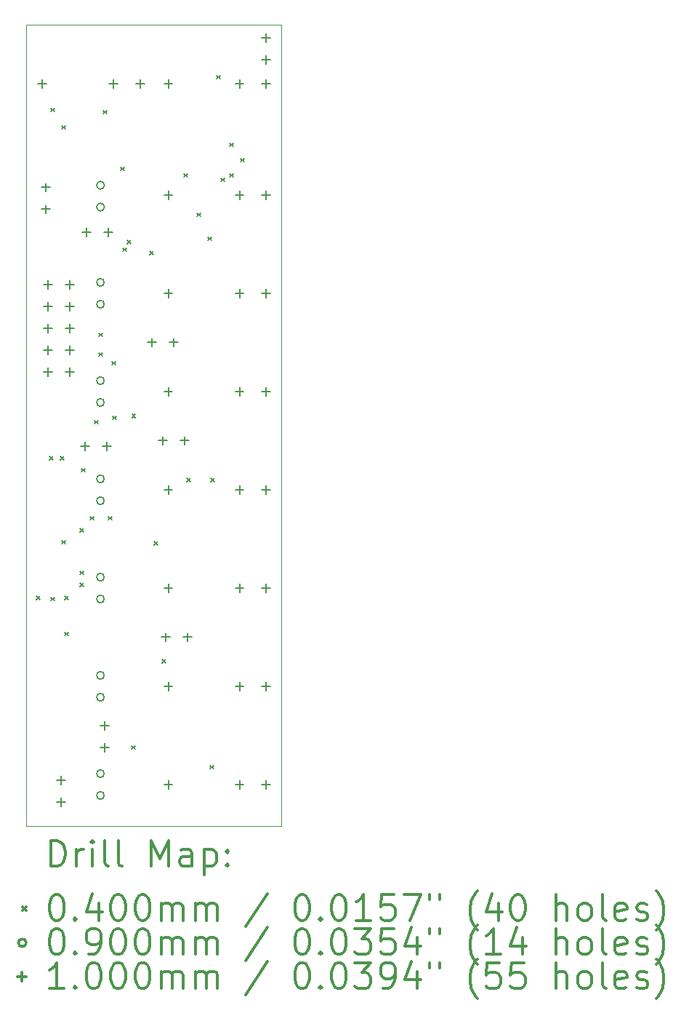
<source format=gbr>
%FSLAX45Y45*%
G04 Gerber Fmt 4.5, Leading zero omitted, Abs format (unit mm)*
G04 Created by KiCad (PCBNEW (5.1.10)-1) date 2021-11-26 00:00:37*
%MOMM*%
%LPD*%
G01*
G04 APERTURE LIST*
%TA.AperFunction,Profile*%
%ADD10C,0.050000*%
%TD*%
%ADD11C,0.200000*%
%ADD12C,0.300000*%
G04 APERTURE END LIST*
D10*
X10769600Y-16941800D02*
X13741400Y-16941800D01*
X10769600Y-7620000D02*
X10769600Y-16941800D01*
X13741400Y-7620000D02*
X10769600Y-7620000D01*
X13741400Y-16941800D02*
X13741400Y-7620000D01*
D11*
X10889300Y-14267500D02*
X10929300Y-14307500D01*
X10929300Y-14267500D02*
X10889300Y-14307500D01*
X11041700Y-12641900D02*
X11081700Y-12681900D01*
X11081700Y-12641900D02*
X11041700Y-12681900D01*
X11054400Y-8590600D02*
X11094400Y-8630600D01*
X11094400Y-8590600D02*
X11054400Y-8630600D01*
X11054400Y-14280200D02*
X11094400Y-14320200D01*
X11094400Y-14280200D02*
X11054400Y-14320200D01*
X11168700Y-12641900D02*
X11208700Y-12681900D01*
X11208700Y-12641900D02*
X11168700Y-12681900D01*
X11181400Y-8793800D02*
X11221400Y-8833800D01*
X11221400Y-8793800D02*
X11181400Y-8833800D01*
X11181400Y-13619800D02*
X11221400Y-13659800D01*
X11221400Y-13619800D02*
X11181400Y-13659800D01*
X11219500Y-14267500D02*
X11259500Y-14307500D01*
X11259500Y-14267500D02*
X11219500Y-14307500D01*
X11219500Y-14686600D02*
X11259500Y-14726600D01*
X11259500Y-14686600D02*
X11219500Y-14726600D01*
X11397300Y-13480100D02*
X11437300Y-13520100D01*
X11437300Y-13480100D02*
X11397300Y-13520100D01*
X11397300Y-13975400D02*
X11437300Y-14015400D01*
X11437300Y-13975400D02*
X11397300Y-14015400D01*
X11397300Y-14115100D02*
X11437300Y-14155100D01*
X11437300Y-14115100D02*
X11397300Y-14155100D01*
X11410000Y-12781600D02*
X11450000Y-12821600D01*
X11450000Y-12781600D02*
X11410000Y-12821600D01*
X11511600Y-13340400D02*
X11551600Y-13380400D01*
X11551600Y-13340400D02*
X11511600Y-13380400D01*
X11562400Y-12222800D02*
X11602400Y-12262800D01*
X11602400Y-12222800D02*
X11562400Y-12262800D01*
X11613200Y-11206800D02*
X11653200Y-11246800D01*
X11653200Y-11206800D02*
X11613200Y-11246800D01*
X11613200Y-11435400D02*
X11653200Y-11475400D01*
X11653200Y-11435400D02*
X11613200Y-11475400D01*
X11664000Y-8616000D02*
X11704000Y-8656000D01*
X11704000Y-8616000D02*
X11664000Y-8656000D01*
X11727500Y-13340400D02*
X11767500Y-13380400D01*
X11767500Y-13340400D02*
X11727500Y-13380400D01*
X11765600Y-11537000D02*
X11805600Y-11577000D01*
X11805600Y-11537000D02*
X11765600Y-11577000D01*
X11778300Y-12172000D02*
X11818300Y-12212000D01*
X11818300Y-12172000D02*
X11778300Y-12212000D01*
X11867200Y-9276400D02*
X11907200Y-9316400D01*
X11907200Y-9276400D02*
X11867200Y-9316400D01*
X11892600Y-10216200D02*
X11932600Y-10256200D01*
X11932600Y-10216200D02*
X11892600Y-10256200D01*
X11943400Y-10127300D02*
X11983400Y-10167300D01*
X11983400Y-10127300D02*
X11943400Y-10167300D01*
X11994200Y-16007400D02*
X12034200Y-16047400D01*
X12034200Y-16007400D02*
X11994200Y-16047400D01*
X12000300Y-12153200D02*
X12040300Y-12193200D01*
X12040300Y-12153200D02*
X12000300Y-12193200D01*
X12210100Y-10254300D02*
X12250100Y-10294300D01*
X12250100Y-10254300D02*
X12210100Y-10294300D01*
X12260900Y-13632500D02*
X12300900Y-13672500D01*
X12300900Y-13632500D02*
X12260900Y-13672500D01*
X12349800Y-15004100D02*
X12389800Y-15044100D01*
X12389800Y-15004100D02*
X12349800Y-15044100D01*
X12603800Y-9352600D02*
X12643800Y-9392600D01*
X12643800Y-9352600D02*
X12603800Y-9392600D01*
X12641900Y-12895900D02*
X12681900Y-12935900D01*
X12681900Y-12895900D02*
X12641900Y-12935900D01*
X12756200Y-9809800D02*
X12796200Y-9849800D01*
X12796200Y-9809800D02*
X12756200Y-9849800D01*
X12883200Y-10089200D02*
X12923200Y-10129200D01*
X12923200Y-10089200D02*
X12883200Y-10129200D01*
X12908600Y-16236000D02*
X12948600Y-16276000D01*
X12948600Y-16236000D02*
X12908600Y-16276000D01*
X12921300Y-12895900D02*
X12961300Y-12935900D01*
X12961300Y-12895900D02*
X12921300Y-12935900D01*
X12984800Y-8209600D02*
X13024800Y-8249600D01*
X13024800Y-8209600D02*
X12984800Y-8249600D01*
X13035600Y-9403400D02*
X13075600Y-9443400D01*
X13075600Y-9403400D02*
X13035600Y-9443400D01*
X13137200Y-8997000D02*
X13177200Y-9037000D01*
X13177200Y-8997000D02*
X13137200Y-9037000D01*
X13137200Y-9352600D02*
X13177200Y-9392600D01*
X13177200Y-9352600D02*
X13137200Y-9392600D01*
X13264200Y-9174800D02*
X13304200Y-9214800D01*
X13304200Y-9174800D02*
X13264200Y-9214800D01*
X11678200Y-9486900D02*
G75*
G03*
X11678200Y-9486900I-45000J0D01*
G01*
X11678200Y-9740900D02*
G75*
G03*
X11678200Y-9740900I-45000J0D01*
G01*
X11678200Y-10617200D02*
G75*
G03*
X11678200Y-10617200I-45000J0D01*
G01*
X11678200Y-10871200D02*
G75*
G03*
X11678200Y-10871200I-45000J0D01*
G01*
X11678200Y-11760200D02*
G75*
G03*
X11678200Y-11760200I-45000J0D01*
G01*
X11678200Y-12014200D02*
G75*
G03*
X11678200Y-12014200I-45000J0D01*
G01*
X11678200Y-12903200D02*
G75*
G03*
X11678200Y-12903200I-45000J0D01*
G01*
X11678200Y-13157200D02*
G75*
G03*
X11678200Y-13157200I-45000J0D01*
G01*
X11678200Y-14046200D02*
G75*
G03*
X11678200Y-14046200I-45000J0D01*
G01*
X11678200Y-14300200D02*
G75*
G03*
X11678200Y-14300200I-45000J0D01*
G01*
X11678200Y-15189200D02*
G75*
G03*
X11678200Y-15189200I-45000J0D01*
G01*
X11678200Y-15443200D02*
G75*
G03*
X11678200Y-15443200I-45000J0D01*
G01*
X11678200Y-16332200D02*
G75*
G03*
X11678200Y-16332200I-45000J0D01*
G01*
X11678200Y-16586200D02*
G75*
G03*
X11678200Y-16586200I-45000J0D01*
G01*
X10955600Y-8255800D02*
X10955600Y-8355800D01*
X10905600Y-8305800D02*
X11005600Y-8305800D01*
X10998200Y-9462300D02*
X10998200Y-9562300D01*
X10948200Y-9512300D02*
X11048200Y-9512300D01*
X10998200Y-9716300D02*
X10998200Y-9816300D01*
X10948200Y-9766300D02*
X11048200Y-9766300D01*
X11023600Y-10592600D02*
X11023600Y-10692600D01*
X10973600Y-10642600D02*
X11073600Y-10642600D01*
X11023600Y-10846600D02*
X11023600Y-10946600D01*
X10973600Y-10896600D02*
X11073600Y-10896600D01*
X11023600Y-11100600D02*
X11023600Y-11200600D01*
X10973600Y-11150600D02*
X11073600Y-11150600D01*
X11023600Y-11354600D02*
X11023600Y-11454600D01*
X10973600Y-11404600D02*
X11073600Y-11404600D01*
X11023600Y-11608600D02*
X11023600Y-11708600D01*
X10973600Y-11658600D02*
X11073600Y-11658600D01*
X11176000Y-16358400D02*
X11176000Y-16458400D01*
X11126000Y-16408400D02*
X11226000Y-16408400D01*
X11176000Y-16612400D02*
X11176000Y-16712400D01*
X11126000Y-16662400D02*
X11226000Y-16662400D01*
X11277600Y-10592600D02*
X11277600Y-10692600D01*
X11227600Y-10642600D02*
X11327600Y-10642600D01*
X11277600Y-10846600D02*
X11277600Y-10946600D01*
X11227600Y-10896600D02*
X11327600Y-10896600D01*
X11277600Y-11100600D02*
X11277600Y-11200600D01*
X11227600Y-11150600D02*
X11327600Y-11150600D01*
X11277600Y-11354600D02*
X11277600Y-11454600D01*
X11227600Y-11404600D02*
X11327600Y-11404600D01*
X11277600Y-11608600D02*
X11277600Y-11708600D01*
X11227600Y-11658600D02*
X11327600Y-11658600D01*
X11455400Y-12472200D02*
X11455400Y-12572200D01*
X11405400Y-12522200D02*
X11505400Y-12522200D01*
X11468100Y-9983000D02*
X11468100Y-10083000D01*
X11418100Y-10033000D02*
X11518100Y-10033000D01*
X11684000Y-15723400D02*
X11684000Y-15823400D01*
X11634000Y-15773400D02*
X11734000Y-15773400D01*
X11684000Y-15977400D02*
X11684000Y-16077400D01*
X11634000Y-16027400D02*
X11734000Y-16027400D01*
X11709400Y-12472200D02*
X11709400Y-12572200D01*
X11659400Y-12522200D02*
X11759400Y-12522200D01*
X11722100Y-9983000D02*
X11722100Y-10083000D01*
X11672100Y-10033000D02*
X11772100Y-10033000D01*
X11785600Y-8255800D02*
X11785600Y-8355800D01*
X11735600Y-8305800D02*
X11835600Y-8305800D01*
X12095600Y-8255800D02*
X12095600Y-8355800D01*
X12045600Y-8305800D02*
X12145600Y-8305800D01*
X12230100Y-11265700D02*
X12230100Y-11365700D01*
X12180100Y-11315700D02*
X12280100Y-11315700D01*
X12357100Y-12408700D02*
X12357100Y-12508700D01*
X12307100Y-12458700D02*
X12407100Y-12458700D01*
X12395200Y-14694700D02*
X12395200Y-14794700D01*
X12345200Y-14744700D02*
X12445200Y-14744700D01*
X12423600Y-8255800D02*
X12423600Y-8355800D01*
X12373600Y-8305800D02*
X12473600Y-8305800D01*
X12423600Y-9551200D02*
X12423600Y-9651200D01*
X12373600Y-9601200D02*
X12473600Y-9601200D01*
X12423600Y-10694200D02*
X12423600Y-10794200D01*
X12373600Y-10744200D02*
X12473600Y-10744200D01*
X12423600Y-11837200D02*
X12423600Y-11937200D01*
X12373600Y-11887200D02*
X12473600Y-11887200D01*
X12423600Y-12980200D02*
X12423600Y-13080200D01*
X12373600Y-13030200D02*
X12473600Y-13030200D01*
X12423600Y-14123200D02*
X12423600Y-14223200D01*
X12373600Y-14173200D02*
X12473600Y-14173200D01*
X12423600Y-15266200D02*
X12423600Y-15366200D01*
X12373600Y-15316200D02*
X12473600Y-15316200D01*
X12423600Y-16409200D02*
X12423600Y-16509200D01*
X12373600Y-16459200D02*
X12473600Y-16459200D01*
X12484100Y-11265700D02*
X12484100Y-11365700D01*
X12434100Y-11315700D02*
X12534100Y-11315700D01*
X12611100Y-12408700D02*
X12611100Y-12508700D01*
X12561100Y-12458700D02*
X12661100Y-12458700D01*
X12649200Y-14694700D02*
X12649200Y-14794700D01*
X12599200Y-14744700D02*
X12699200Y-14744700D01*
X13253600Y-8255800D02*
X13253600Y-8355800D01*
X13203600Y-8305800D02*
X13303600Y-8305800D01*
X13253600Y-9551200D02*
X13253600Y-9651200D01*
X13203600Y-9601200D02*
X13303600Y-9601200D01*
X13253600Y-10694200D02*
X13253600Y-10794200D01*
X13203600Y-10744200D02*
X13303600Y-10744200D01*
X13253600Y-11837200D02*
X13253600Y-11937200D01*
X13203600Y-11887200D02*
X13303600Y-11887200D01*
X13253600Y-12980200D02*
X13253600Y-13080200D01*
X13203600Y-13030200D02*
X13303600Y-13030200D01*
X13253600Y-14123200D02*
X13253600Y-14223200D01*
X13203600Y-14173200D02*
X13303600Y-14173200D01*
X13253600Y-15266200D02*
X13253600Y-15366200D01*
X13203600Y-15316200D02*
X13303600Y-15316200D01*
X13253600Y-16409200D02*
X13253600Y-16509200D01*
X13203600Y-16459200D02*
X13303600Y-16459200D01*
X13563600Y-7722400D02*
X13563600Y-7822400D01*
X13513600Y-7772400D02*
X13613600Y-7772400D01*
X13563600Y-7976400D02*
X13563600Y-8076400D01*
X13513600Y-8026400D02*
X13613600Y-8026400D01*
X13563600Y-8255800D02*
X13563600Y-8355800D01*
X13513600Y-8305800D02*
X13613600Y-8305800D01*
X13563600Y-9551200D02*
X13563600Y-9651200D01*
X13513600Y-9601200D02*
X13613600Y-9601200D01*
X13563600Y-10694200D02*
X13563600Y-10794200D01*
X13513600Y-10744200D02*
X13613600Y-10744200D01*
X13563600Y-11837200D02*
X13563600Y-11937200D01*
X13513600Y-11887200D02*
X13613600Y-11887200D01*
X13563600Y-12980200D02*
X13563600Y-13080200D01*
X13513600Y-13030200D02*
X13613600Y-13030200D01*
X13563600Y-14123200D02*
X13563600Y-14223200D01*
X13513600Y-14173200D02*
X13613600Y-14173200D01*
X13563600Y-15266200D02*
X13563600Y-15366200D01*
X13513600Y-15316200D02*
X13613600Y-15316200D01*
X13563600Y-16409200D02*
X13563600Y-16509200D01*
X13513600Y-16459200D02*
X13613600Y-16459200D01*
D12*
X11053528Y-17410014D02*
X11053528Y-17110014D01*
X11124957Y-17110014D01*
X11167814Y-17124300D01*
X11196386Y-17152872D01*
X11210671Y-17181443D01*
X11224957Y-17238586D01*
X11224957Y-17281443D01*
X11210671Y-17338586D01*
X11196386Y-17367157D01*
X11167814Y-17395729D01*
X11124957Y-17410014D01*
X11053528Y-17410014D01*
X11353528Y-17410014D02*
X11353528Y-17210014D01*
X11353528Y-17267157D02*
X11367814Y-17238586D01*
X11382100Y-17224300D01*
X11410671Y-17210014D01*
X11439243Y-17210014D01*
X11539243Y-17410014D02*
X11539243Y-17210014D01*
X11539243Y-17110014D02*
X11524957Y-17124300D01*
X11539243Y-17138586D01*
X11553528Y-17124300D01*
X11539243Y-17110014D01*
X11539243Y-17138586D01*
X11724957Y-17410014D02*
X11696386Y-17395729D01*
X11682100Y-17367157D01*
X11682100Y-17110014D01*
X11882100Y-17410014D02*
X11853528Y-17395729D01*
X11839243Y-17367157D01*
X11839243Y-17110014D01*
X12224957Y-17410014D02*
X12224957Y-17110014D01*
X12324957Y-17324300D01*
X12424957Y-17110014D01*
X12424957Y-17410014D01*
X12696386Y-17410014D02*
X12696386Y-17252872D01*
X12682100Y-17224300D01*
X12653528Y-17210014D01*
X12596386Y-17210014D01*
X12567814Y-17224300D01*
X12696386Y-17395729D02*
X12667814Y-17410014D01*
X12596386Y-17410014D01*
X12567814Y-17395729D01*
X12553528Y-17367157D01*
X12553528Y-17338586D01*
X12567814Y-17310014D01*
X12596386Y-17295729D01*
X12667814Y-17295729D01*
X12696386Y-17281443D01*
X12839243Y-17210014D02*
X12839243Y-17510014D01*
X12839243Y-17224300D02*
X12867814Y-17210014D01*
X12924957Y-17210014D01*
X12953528Y-17224300D01*
X12967814Y-17238586D01*
X12982100Y-17267157D01*
X12982100Y-17352872D01*
X12967814Y-17381443D01*
X12953528Y-17395729D01*
X12924957Y-17410014D01*
X12867814Y-17410014D01*
X12839243Y-17395729D01*
X13110671Y-17381443D02*
X13124957Y-17395729D01*
X13110671Y-17410014D01*
X13096386Y-17395729D01*
X13110671Y-17381443D01*
X13110671Y-17410014D01*
X13110671Y-17224300D02*
X13124957Y-17238586D01*
X13110671Y-17252872D01*
X13096386Y-17238586D01*
X13110671Y-17224300D01*
X13110671Y-17252872D01*
X10727100Y-17884300D02*
X10767100Y-17924300D01*
X10767100Y-17884300D02*
X10727100Y-17924300D01*
X11110671Y-17740014D02*
X11139243Y-17740014D01*
X11167814Y-17754300D01*
X11182100Y-17768586D01*
X11196386Y-17797157D01*
X11210671Y-17854300D01*
X11210671Y-17925729D01*
X11196386Y-17982872D01*
X11182100Y-18011443D01*
X11167814Y-18025729D01*
X11139243Y-18040014D01*
X11110671Y-18040014D01*
X11082100Y-18025729D01*
X11067814Y-18011443D01*
X11053528Y-17982872D01*
X11039243Y-17925729D01*
X11039243Y-17854300D01*
X11053528Y-17797157D01*
X11067814Y-17768586D01*
X11082100Y-17754300D01*
X11110671Y-17740014D01*
X11339243Y-18011443D02*
X11353528Y-18025729D01*
X11339243Y-18040014D01*
X11324957Y-18025729D01*
X11339243Y-18011443D01*
X11339243Y-18040014D01*
X11610671Y-17840014D02*
X11610671Y-18040014D01*
X11539243Y-17725729D02*
X11467814Y-17940014D01*
X11653528Y-17940014D01*
X11824957Y-17740014D02*
X11853528Y-17740014D01*
X11882100Y-17754300D01*
X11896386Y-17768586D01*
X11910671Y-17797157D01*
X11924957Y-17854300D01*
X11924957Y-17925729D01*
X11910671Y-17982872D01*
X11896386Y-18011443D01*
X11882100Y-18025729D01*
X11853528Y-18040014D01*
X11824957Y-18040014D01*
X11796386Y-18025729D01*
X11782100Y-18011443D01*
X11767814Y-17982872D01*
X11753528Y-17925729D01*
X11753528Y-17854300D01*
X11767814Y-17797157D01*
X11782100Y-17768586D01*
X11796386Y-17754300D01*
X11824957Y-17740014D01*
X12110671Y-17740014D02*
X12139243Y-17740014D01*
X12167814Y-17754300D01*
X12182100Y-17768586D01*
X12196386Y-17797157D01*
X12210671Y-17854300D01*
X12210671Y-17925729D01*
X12196386Y-17982872D01*
X12182100Y-18011443D01*
X12167814Y-18025729D01*
X12139243Y-18040014D01*
X12110671Y-18040014D01*
X12082100Y-18025729D01*
X12067814Y-18011443D01*
X12053528Y-17982872D01*
X12039243Y-17925729D01*
X12039243Y-17854300D01*
X12053528Y-17797157D01*
X12067814Y-17768586D01*
X12082100Y-17754300D01*
X12110671Y-17740014D01*
X12339243Y-18040014D02*
X12339243Y-17840014D01*
X12339243Y-17868586D02*
X12353528Y-17854300D01*
X12382100Y-17840014D01*
X12424957Y-17840014D01*
X12453528Y-17854300D01*
X12467814Y-17882872D01*
X12467814Y-18040014D01*
X12467814Y-17882872D02*
X12482100Y-17854300D01*
X12510671Y-17840014D01*
X12553528Y-17840014D01*
X12582100Y-17854300D01*
X12596386Y-17882872D01*
X12596386Y-18040014D01*
X12739243Y-18040014D02*
X12739243Y-17840014D01*
X12739243Y-17868586D02*
X12753528Y-17854300D01*
X12782100Y-17840014D01*
X12824957Y-17840014D01*
X12853528Y-17854300D01*
X12867814Y-17882872D01*
X12867814Y-18040014D01*
X12867814Y-17882872D02*
X12882100Y-17854300D01*
X12910671Y-17840014D01*
X12953528Y-17840014D01*
X12982100Y-17854300D01*
X12996386Y-17882872D01*
X12996386Y-18040014D01*
X13582100Y-17725729D02*
X13324957Y-18111443D01*
X13967814Y-17740014D02*
X13996386Y-17740014D01*
X14024957Y-17754300D01*
X14039243Y-17768586D01*
X14053528Y-17797157D01*
X14067814Y-17854300D01*
X14067814Y-17925729D01*
X14053528Y-17982872D01*
X14039243Y-18011443D01*
X14024957Y-18025729D01*
X13996386Y-18040014D01*
X13967814Y-18040014D01*
X13939243Y-18025729D01*
X13924957Y-18011443D01*
X13910671Y-17982872D01*
X13896386Y-17925729D01*
X13896386Y-17854300D01*
X13910671Y-17797157D01*
X13924957Y-17768586D01*
X13939243Y-17754300D01*
X13967814Y-17740014D01*
X14196386Y-18011443D02*
X14210671Y-18025729D01*
X14196386Y-18040014D01*
X14182100Y-18025729D01*
X14196386Y-18011443D01*
X14196386Y-18040014D01*
X14396386Y-17740014D02*
X14424957Y-17740014D01*
X14453528Y-17754300D01*
X14467814Y-17768586D01*
X14482100Y-17797157D01*
X14496386Y-17854300D01*
X14496386Y-17925729D01*
X14482100Y-17982872D01*
X14467814Y-18011443D01*
X14453528Y-18025729D01*
X14424957Y-18040014D01*
X14396386Y-18040014D01*
X14367814Y-18025729D01*
X14353528Y-18011443D01*
X14339243Y-17982872D01*
X14324957Y-17925729D01*
X14324957Y-17854300D01*
X14339243Y-17797157D01*
X14353528Y-17768586D01*
X14367814Y-17754300D01*
X14396386Y-17740014D01*
X14782100Y-18040014D02*
X14610671Y-18040014D01*
X14696386Y-18040014D02*
X14696386Y-17740014D01*
X14667814Y-17782872D01*
X14639243Y-17811443D01*
X14610671Y-17825729D01*
X15053528Y-17740014D02*
X14910671Y-17740014D01*
X14896386Y-17882872D01*
X14910671Y-17868586D01*
X14939243Y-17854300D01*
X15010671Y-17854300D01*
X15039243Y-17868586D01*
X15053528Y-17882872D01*
X15067814Y-17911443D01*
X15067814Y-17982872D01*
X15053528Y-18011443D01*
X15039243Y-18025729D01*
X15010671Y-18040014D01*
X14939243Y-18040014D01*
X14910671Y-18025729D01*
X14896386Y-18011443D01*
X15167814Y-17740014D02*
X15367814Y-17740014D01*
X15239243Y-18040014D01*
X15467814Y-17740014D02*
X15467814Y-17797157D01*
X15582100Y-17740014D02*
X15582100Y-17797157D01*
X16024957Y-18154300D02*
X16010671Y-18140014D01*
X15982100Y-18097157D01*
X15967814Y-18068586D01*
X15953528Y-18025729D01*
X15939243Y-17954300D01*
X15939243Y-17897157D01*
X15953528Y-17825729D01*
X15967814Y-17782872D01*
X15982100Y-17754300D01*
X16010671Y-17711443D01*
X16024957Y-17697157D01*
X16267814Y-17840014D02*
X16267814Y-18040014D01*
X16196386Y-17725729D02*
X16124957Y-17940014D01*
X16310671Y-17940014D01*
X16482100Y-17740014D02*
X16510671Y-17740014D01*
X16539243Y-17754300D01*
X16553528Y-17768586D01*
X16567814Y-17797157D01*
X16582100Y-17854300D01*
X16582100Y-17925729D01*
X16567814Y-17982872D01*
X16553528Y-18011443D01*
X16539243Y-18025729D01*
X16510671Y-18040014D01*
X16482100Y-18040014D01*
X16453528Y-18025729D01*
X16439243Y-18011443D01*
X16424957Y-17982872D01*
X16410671Y-17925729D01*
X16410671Y-17854300D01*
X16424957Y-17797157D01*
X16439243Y-17768586D01*
X16453528Y-17754300D01*
X16482100Y-17740014D01*
X16939243Y-18040014D02*
X16939243Y-17740014D01*
X17067814Y-18040014D02*
X17067814Y-17882872D01*
X17053528Y-17854300D01*
X17024957Y-17840014D01*
X16982100Y-17840014D01*
X16953528Y-17854300D01*
X16939243Y-17868586D01*
X17253528Y-18040014D02*
X17224957Y-18025729D01*
X17210671Y-18011443D01*
X17196386Y-17982872D01*
X17196386Y-17897157D01*
X17210671Y-17868586D01*
X17224957Y-17854300D01*
X17253528Y-17840014D01*
X17296386Y-17840014D01*
X17324957Y-17854300D01*
X17339243Y-17868586D01*
X17353528Y-17897157D01*
X17353528Y-17982872D01*
X17339243Y-18011443D01*
X17324957Y-18025729D01*
X17296386Y-18040014D01*
X17253528Y-18040014D01*
X17524957Y-18040014D02*
X17496386Y-18025729D01*
X17482100Y-17997157D01*
X17482100Y-17740014D01*
X17753528Y-18025729D02*
X17724957Y-18040014D01*
X17667814Y-18040014D01*
X17639243Y-18025729D01*
X17624957Y-17997157D01*
X17624957Y-17882872D01*
X17639243Y-17854300D01*
X17667814Y-17840014D01*
X17724957Y-17840014D01*
X17753528Y-17854300D01*
X17767814Y-17882872D01*
X17767814Y-17911443D01*
X17624957Y-17940014D01*
X17882100Y-18025729D02*
X17910671Y-18040014D01*
X17967814Y-18040014D01*
X17996386Y-18025729D01*
X18010671Y-17997157D01*
X18010671Y-17982872D01*
X17996386Y-17954300D01*
X17967814Y-17940014D01*
X17924957Y-17940014D01*
X17896386Y-17925729D01*
X17882100Y-17897157D01*
X17882100Y-17882872D01*
X17896386Y-17854300D01*
X17924957Y-17840014D01*
X17967814Y-17840014D01*
X17996386Y-17854300D01*
X18110671Y-18154300D02*
X18124957Y-18140014D01*
X18153528Y-18097157D01*
X18167814Y-18068586D01*
X18182100Y-18025729D01*
X18196386Y-17954300D01*
X18196386Y-17897157D01*
X18182100Y-17825729D01*
X18167814Y-17782872D01*
X18153528Y-17754300D01*
X18124957Y-17711443D01*
X18110671Y-17697157D01*
X10767100Y-18300300D02*
G75*
G03*
X10767100Y-18300300I-45000J0D01*
G01*
X11110671Y-18136014D02*
X11139243Y-18136014D01*
X11167814Y-18150300D01*
X11182100Y-18164586D01*
X11196386Y-18193157D01*
X11210671Y-18250300D01*
X11210671Y-18321729D01*
X11196386Y-18378872D01*
X11182100Y-18407443D01*
X11167814Y-18421729D01*
X11139243Y-18436014D01*
X11110671Y-18436014D01*
X11082100Y-18421729D01*
X11067814Y-18407443D01*
X11053528Y-18378872D01*
X11039243Y-18321729D01*
X11039243Y-18250300D01*
X11053528Y-18193157D01*
X11067814Y-18164586D01*
X11082100Y-18150300D01*
X11110671Y-18136014D01*
X11339243Y-18407443D02*
X11353528Y-18421729D01*
X11339243Y-18436014D01*
X11324957Y-18421729D01*
X11339243Y-18407443D01*
X11339243Y-18436014D01*
X11496386Y-18436014D02*
X11553528Y-18436014D01*
X11582100Y-18421729D01*
X11596386Y-18407443D01*
X11624957Y-18364586D01*
X11639243Y-18307443D01*
X11639243Y-18193157D01*
X11624957Y-18164586D01*
X11610671Y-18150300D01*
X11582100Y-18136014D01*
X11524957Y-18136014D01*
X11496386Y-18150300D01*
X11482100Y-18164586D01*
X11467814Y-18193157D01*
X11467814Y-18264586D01*
X11482100Y-18293157D01*
X11496386Y-18307443D01*
X11524957Y-18321729D01*
X11582100Y-18321729D01*
X11610671Y-18307443D01*
X11624957Y-18293157D01*
X11639243Y-18264586D01*
X11824957Y-18136014D02*
X11853528Y-18136014D01*
X11882100Y-18150300D01*
X11896386Y-18164586D01*
X11910671Y-18193157D01*
X11924957Y-18250300D01*
X11924957Y-18321729D01*
X11910671Y-18378872D01*
X11896386Y-18407443D01*
X11882100Y-18421729D01*
X11853528Y-18436014D01*
X11824957Y-18436014D01*
X11796386Y-18421729D01*
X11782100Y-18407443D01*
X11767814Y-18378872D01*
X11753528Y-18321729D01*
X11753528Y-18250300D01*
X11767814Y-18193157D01*
X11782100Y-18164586D01*
X11796386Y-18150300D01*
X11824957Y-18136014D01*
X12110671Y-18136014D02*
X12139243Y-18136014D01*
X12167814Y-18150300D01*
X12182100Y-18164586D01*
X12196386Y-18193157D01*
X12210671Y-18250300D01*
X12210671Y-18321729D01*
X12196386Y-18378872D01*
X12182100Y-18407443D01*
X12167814Y-18421729D01*
X12139243Y-18436014D01*
X12110671Y-18436014D01*
X12082100Y-18421729D01*
X12067814Y-18407443D01*
X12053528Y-18378872D01*
X12039243Y-18321729D01*
X12039243Y-18250300D01*
X12053528Y-18193157D01*
X12067814Y-18164586D01*
X12082100Y-18150300D01*
X12110671Y-18136014D01*
X12339243Y-18436014D02*
X12339243Y-18236014D01*
X12339243Y-18264586D02*
X12353528Y-18250300D01*
X12382100Y-18236014D01*
X12424957Y-18236014D01*
X12453528Y-18250300D01*
X12467814Y-18278872D01*
X12467814Y-18436014D01*
X12467814Y-18278872D02*
X12482100Y-18250300D01*
X12510671Y-18236014D01*
X12553528Y-18236014D01*
X12582100Y-18250300D01*
X12596386Y-18278872D01*
X12596386Y-18436014D01*
X12739243Y-18436014D02*
X12739243Y-18236014D01*
X12739243Y-18264586D02*
X12753528Y-18250300D01*
X12782100Y-18236014D01*
X12824957Y-18236014D01*
X12853528Y-18250300D01*
X12867814Y-18278872D01*
X12867814Y-18436014D01*
X12867814Y-18278872D02*
X12882100Y-18250300D01*
X12910671Y-18236014D01*
X12953528Y-18236014D01*
X12982100Y-18250300D01*
X12996386Y-18278872D01*
X12996386Y-18436014D01*
X13582100Y-18121729D02*
X13324957Y-18507443D01*
X13967814Y-18136014D02*
X13996386Y-18136014D01*
X14024957Y-18150300D01*
X14039243Y-18164586D01*
X14053528Y-18193157D01*
X14067814Y-18250300D01*
X14067814Y-18321729D01*
X14053528Y-18378872D01*
X14039243Y-18407443D01*
X14024957Y-18421729D01*
X13996386Y-18436014D01*
X13967814Y-18436014D01*
X13939243Y-18421729D01*
X13924957Y-18407443D01*
X13910671Y-18378872D01*
X13896386Y-18321729D01*
X13896386Y-18250300D01*
X13910671Y-18193157D01*
X13924957Y-18164586D01*
X13939243Y-18150300D01*
X13967814Y-18136014D01*
X14196386Y-18407443D02*
X14210671Y-18421729D01*
X14196386Y-18436014D01*
X14182100Y-18421729D01*
X14196386Y-18407443D01*
X14196386Y-18436014D01*
X14396386Y-18136014D02*
X14424957Y-18136014D01*
X14453528Y-18150300D01*
X14467814Y-18164586D01*
X14482100Y-18193157D01*
X14496386Y-18250300D01*
X14496386Y-18321729D01*
X14482100Y-18378872D01*
X14467814Y-18407443D01*
X14453528Y-18421729D01*
X14424957Y-18436014D01*
X14396386Y-18436014D01*
X14367814Y-18421729D01*
X14353528Y-18407443D01*
X14339243Y-18378872D01*
X14324957Y-18321729D01*
X14324957Y-18250300D01*
X14339243Y-18193157D01*
X14353528Y-18164586D01*
X14367814Y-18150300D01*
X14396386Y-18136014D01*
X14596386Y-18136014D02*
X14782100Y-18136014D01*
X14682100Y-18250300D01*
X14724957Y-18250300D01*
X14753528Y-18264586D01*
X14767814Y-18278872D01*
X14782100Y-18307443D01*
X14782100Y-18378872D01*
X14767814Y-18407443D01*
X14753528Y-18421729D01*
X14724957Y-18436014D01*
X14639243Y-18436014D01*
X14610671Y-18421729D01*
X14596386Y-18407443D01*
X15053528Y-18136014D02*
X14910671Y-18136014D01*
X14896386Y-18278872D01*
X14910671Y-18264586D01*
X14939243Y-18250300D01*
X15010671Y-18250300D01*
X15039243Y-18264586D01*
X15053528Y-18278872D01*
X15067814Y-18307443D01*
X15067814Y-18378872D01*
X15053528Y-18407443D01*
X15039243Y-18421729D01*
X15010671Y-18436014D01*
X14939243Y-18436014D01*
X14910671Y-18421729D01*
X14896386Y-18407443D01*
X15324957Y-18236014D02*
X15324957Y-18436014D01*
X15253528Y-18121729D02*
X15182100Y-18336014D01*
X15367814Y-18336014D01*
X15467814Y-18136014D02*
X15467814Y-18193157D01*
X15582100Y-18136014D02*
X15582100Y-18193157D01*
X16024957Y-18550300D02*
X16010671Y-18536014D01*
X15982100Y-18493157D01*
X15967814Y-18464586D01*
X15953528Y-18421729D01*
X15939243Y-18350300D01*
X15939243Y-18293157D01*
X15953528Y-18221729D01*
X15967814Y-18178872D01*
X15982100Y-18150300D01*
X16010671Y-18107443D01*
X16024957Y-18093157D01*
X16296386Y-18436014D02*
X16124957Y-18436014D01*
X16210671Y-18436014D02*
X16210671Y-18136014D01*
X16182100Y-18178872D01*
X16153528Y-18207443D01*
X16124957Y-18221729D01*
X16553528Y-18236014D02*
X16553528Y-18436014D01*
X16482100Y-18121729D02*
X16410671Y-18336014D01*
X16596386Y-18336014D01*
X16939243Y-18436014D02*
X16939243Y-18136014D01*
X17067814Y-18436014D02*
X17067814Y-18278872D01*
X17053528Y-18250300D01*
X17024957Y-18236014D01*
X16982100Y-18236014D01*
X16953528Y-18250300D01*
X16939243Y-18264586D01*
X17253528Y-18436014D02*
X17224957Y-18421729D01*
X17210671Y-18407443D01*
X17196386Y-18378872D01*
X17196386Y-18293157D01*
X17210671Y-18264586D01*
X17224957Y-18250300D01*
X17253528Y-18236014D01*
X17296386Y-18236014D01*
X17324957Y-18250300D01*
X17339243Y-18264586D01*
X17353528Y-18293157D01*
X17353528Y-18378872D01*
X17339243Y-18407443D01*
X17324957Y-18421729D01*
X17296386Y-18436014D01*
X17253528Y-18436014D01*
X17524957Y-18436014D02*
X17496386Y-18421729D01*
X17482100Y-18393157D01*
X17482100Y-18136014D01*
X17753528Y-18421729D02*
X17724957Y-18436014D01*
X17667814Y-18436014D01*
X17639243Y-18421729D01*
X17624957Y-18393157D01*
X17624957Y-18278872D01*
X17639243Y-18250300D01*
X17667814Y-18236014D01*
X17724957Y-18236014D01*
X17753528Y-18250300D01*
X17767814Y-18278872D01*
X17767814Y-18307443D01*
X17624957Y-18336014D01*
X17882100Y-18421729D02*
X17910671Y-18436014D01*
X17967814Y-18436014D01*
X17996386Y-18421729D01*
X18010671Y-18393157D01*
X18010671Y-18378872D01*
X17996386Y-18350300D01*
X17967814Y-18336014D01*
X17924957Y-18336014D01*
X17896386Y-18321729D01*
X17882100Y-18293157D01*
X17882100Y-18278872D01*
X17896386Y-18250300D01*
X17924957Y-18236014D01*
X17967814Y-18236014D01*
X17996386Y-18250300D01*
X18110671Y-18550300D02*
X18124957Y-18536014D01*
X18153528Y-18493157D01*
X18167814Y-18464586D01*
X18182100Y-18421729D01*
X18196386Y-18350300D01*
X18196386Y-18293157D01*
X18182100Y-18221729D01*
X18167814Y-18178872D01*
X18153528Y-18150300D01*
X18124957Y-18107443D01*
X18110671Y-18093157D01*
X10717100Y-18646300D02*
X10717100Y-18746300D01*
X10667100Y-18696300D02*
X10767100Y-18696300D01*
X11210671Y-18832014D02*
X11039243Y-18832014D01*
X11124957Y-18832014D02*
X11124957Y-18532014D01*
X11096386Y-18574872D01*
X11067814Y-18603443D01*
X11039243Y-18617729D01*
X11339243Y-18803443D02*
X11353528Y-18817729D01*
X11339243Y-18832014D01*
X11324957Y-18817729D01*
X11339243Y-18803443D01*
X11339243Y-18832014D01*
X11539243Y-18532014D02*
X11567814Y-18532014D01*
X11596386Y-18546300D01*
X11610671Y-18560586D01*
X11624957Y-18589157D01*
X11639243Y-18646300D01*
X11639243Y-18717729D01*
X11624957Y-18774872D01*
X11610671Y-18803443D01*
X11596386Y-18817729D01*
X11567814Y-18832014D01*
X11539243Y-18832014D01*
X11510671Y-18817729D01*
X11496386Y-18803443D01*
X11482100Y-18774872D01*
X11467814Y-18717729D01*
X11467814Y-18646300D01*
X11482100Y-18589157D01*
X11496386Y-18560586D01*
X11510671Y-18546300D01*
X11539243Y-18532014D01*
X11824957Y-18532014D02*
X11853528Y-18532014D01*
X11882100Y-18546300D01*
X11896386Y-18560586D01*
X11910671Y-18589157D01*
X11924957Y-18646300D01*
X11924957Y-18717729D01*
X11910671Y-18774872D01*
X11896386Y-18803443D01*
X11882100Y-18817729D01*
X11853528Y-18832014D01*
X11824957Y-18832014D01*
X11796386Y-18817729D01*
X11782100Y-18803443D01*
X11767814Y-18774872D01*
X11753528Y-18717729D01*
X11753528Y-18646300D01*
X11767814Y-18589157D01*
X11782100Y-18560586D01*
X11796386Y-18546300D01*
X11824957Y-18532014D01*
X12110671Y-18532014D02*
X12139243Y-18532014D01*
X12167814Y-18546300D01*
X12182100Y-18560586D01*
X12196386Y-18589157D01*
X12210671Y-18646300D01*
X12210671Y-18717729D01*
X12196386Y-18774872D01*
X12182100Y-18803443D01*
X12167814Y-18817729D01*
X12139243Y-18832014D01*
X12110671Y-18832014D01*
X12082100Y-18817729D01*
X12067814Y-18803443D01*
X12053528Y-18774872D01*
X12039243Y-18717729D01*
X12039243Y-18646300D01*
X12053528Y-18589157D01*
X12067814Y-18560586D01*
X12082100Y-18546300D01*
X12110671Y-18532014D01*
X12339243Y-18832014D02*
X12339243Y-18632014D01*
X12339243Y-18660586D02*
X12353528Y-18646300D01*
X12382100Y-18632014D01*
X12424957Y-18632014D01*
X12453528Y-18646300D01*
X12467814Y-18674872D01*
X12467814Y-18832014D01*
X12467814Y-18674872D02*
X12482100Y-18646300D01*
X12510671Y-18632014D01*
X12553528Y-18632014D01*
X12582100Y-18646300D01*
X12596386Y-18674872D01*
X12596386Y-18832014D01*
X12739243Y-18832014D02*
X12739243Y-18632014D01*
X12739243Y-18660586D02*
X12753528Y-18646300D01*
X12782100Y-18632014D01*
X12824957Y-18632014D01*
X12853528Y-18646300D01*
X12867814Y-18674872D01*
X12867814Y-18832014D01*
X12867814Y-18674872D02*
X12882100Y-18646300D01*
X12910671Y-18632014D01*
X12953528Y-18632014D01*
X12982100Y-18646300D01*
X12996386Y-18674872D01*
X12996386Y-18832014D01*
X13582100Y-18517729D02*
X13324957Y-18903443D01*
X13967814Y-18532014D02*
X13996386Y-18532014D01*
X14024957Y-18546300D01*
X14039243Y-18560586D01*
X14053528Y-18589157D01*
X14067814Y-18646300D01*
X14067814Y-18717729D01*
X14053528Y-18774872D01*
X14039243Y-18803443D01*
X14024957Y-18817729D01*
X13996386Y-18832014D01*
X13967814Y-18832014D01*
X13939243Y-18817729D01*
X13924957Y-18803443D01*
X13910671Y-18774872D01*
X13896386Y-18717729D01*
X13896386Y-18646300D01*
X13910671Y-18589157D01*
X13924957Y-18560586D01*
X13939243Y-18546300D01*
X13967814Y-18532014D01*
X14196386Y-18803443D02*
X14210671Y-18817729D01*
X14196386Y-18832014D01*
X14182100Y-18817729D01*
X14196386Y-18803443D01*
X14196386Y-18832014D01*
X14396386Y-18532014D02*
X14424957Y-18532014D01*
X14453528Y-18546300D01*
X14467814Y-18560586D01*
X14482100Y-18589157D01*
X14496386Y-18646300D01*
X14496386Y-18717729D01*
X14482100Y-18774872D01*
X14467814Y-18803443D01*
X14453528Y-18817729D01*
X14424957Y-18832014D01*
X14396386Y-18832014D01*
X14367814Y-18817729D01*
X14353528Y-18803443D01*
X14339243Y-18774872D01*
X14324957Y-18717729D01*
X14324957Y-18646300D01*
X14339243Y-18589157D01*
X14353528Y-18560586D01*
X14367814Y-18546300D01*
X14396386Y-18532014D01*
X14596386Y-18532014D02*
X14782100Y-18532014D01*
X14682100Y-18646300D01*
X14724957Y-18646300D01*
X14753528Y-18660586D01*
X14767814Y-18674872D01*
X14782100Y-18703443D01*
X14782100Y-18774872D01*
X14767814Y-18803443D01*
X14753528Y-18817729D01*
X14724957Y-18832014D01*
X14639243Y-18832014D01*
X14610671Y-18817729D01*
X14596386Y-18803443D01*
X14924957Y-18832014D02*
X14982100Y-18832014D01*
X15010671Y-18817729D01*
X15024957Y-18803443D01*
X15053528Y-18760586D01*
X15067814Y-18703443D01*
X15067814Y-18589157D01*
X15053528Y-18560586D01*
X15039243Y-18546300D01*
X15010671Y-18532014D01*
X14953528Y-18532014D01*
X14924957Y-18546300D01*
X14910671Y-18560586D01*
X14896386Y-18589157D01*
X14896386Y-18660586D01*
X14910671Y-18689157D01*
X14924957Y-18703443D01*
X14953528Y-18717729D01*
X15010671Y-18717729D01*
X15039243Y-18703443D01*
X15053528Y-18689157D01*
X15067814Y-18660586D01*
X15324957Y-18632014D02*
X15324957Y-18832014D01*
X15253528Y-18517729D02*
X15182100Y-18732014D01*
X15367814Y-18732014D01*
X15467814Y-18532014D02*
X15467814Y-18589157D01*
X15582100Y-18532014D02*
X15582100Y-18589157D01*
X16024957Y-18946300D02*
X16010671Y-18932014D01*
X15982100Y-18889157D01*
X15967814Y-18860586D01*
X15953528Y-18817729D01*
X15939243Y-18746300D01*
X15939243Y-18689157D01*
X15953528Y-18617729D01*
X15967814Y-18574872D01*
X15982100Y-18546300D01*
X16010671Y-18503443D01*
X16024957Y-18489157D01*
X16282100Y-18532014D02*
X16139243Y-18532014D01*
X16124957Y-18674872D01*
X16139243Y-18660586D01*
X16167814Y-18646300D01*
X16239243Y-18646300D01*
X16267814Y-18660586D01*
X16282100Y-18674872D01*
X16296386Y-18703443D01*
X16296386Y-18774872D01*
X16282100Y-18803443D01*
X16267814Y-18817729D01*
X16239243Y-18832014D01*
X16167814Y-18832014D01*
X16139243Y-18817729D01*
X16124957Y-18803443D01*
X16567814Y-18532014D02*
X16424957Y-18532014D01*
X16410671Y-18674872D01*
X16424957Y-18660586D01*
X16453528Y-18646300D01*
X16524957Y-18646300D01*
X16553528Y-18660586D01*
X16567814Y-18674872D01*
X16582100Y-18703443D01*
X16582100Y-18774872D01*
X16567814Y-18803443D01*
X16553528Y-18817729D01*
X16524957Y-18832014D01*
X16453528Y-18832014D01*
X16424957Y-18817729D01*
X16410671Y-18803443D01*
X16939243Y-18832014D02*
X16939243Y-18532014D01*
X17067814Y-18832014D02*
X17067814Y-18674872D01*
X17053528Y-18646300D01*
X17024957Y-18632014D01*
X16982100Y-18632014D01*
X16953528Y-18646300D01*
X16939243Y-18660586D01*
X17253528Y-18832014D02*
X17224957Y-18817729D01*
X17210671Y-18803443D01*
X17196386Y-18774872D01*
X17196386Y-18689157D01*
X17210671Y-18660586D01*
X17224957Y-18646300D01*
X17253528Y-18632014D01*
X17296386Y-18632014D01*
X17324957Y-18646300D01*
X17339243Y-18660586D01*
X17353528Y-18689157D01*
X17353528Y-18774872D01*
X17339243Y-18803443D01*
X17324957Y-18817729D01*
X17296386Y-18832014D01*
X17253528Y-18832014D01*
X17524957Y-18832014D02*
X17496386Y-18817729D01*
X17482100Y-18789157D01*
X17482100Y-18532014D01*
X17753528Y-18817729D02*
X17724957Y-18832014D01*
X17667814Y-18832014D01*
X17639243Y-18817729D01*
X17624957Y-18789157D01*
X17624957Y-18674872D01*
X17639243Y-18646300D01*
X17667814Y-18632014D01*
X17724957Y-18632014D01*
X17753528Y-18646300D01*
X17767814Y-18674872D01*
X17767814Y-18703443D01*
X17624957Y-18732014D01*
X17882100Y-18817729D02*
X17910671Y-18832014D01*
X17967814Y-18832014D01*
X17996386Y-18817729D01*
X18010671Y-18789157D01*
X18010671Y-18774872D01*
X17996386Y-18746300D01*
X17967814Y-18732014D01*
X17924957Y-18732014D01*
X17896386Y-18717729D01*
X17882100Y-18689157D01*
X17882100Y-18674872D01*
X17896386Y-18646300D01*
X17924957Y-18632014D01*
X17967814Y-18632014D01*
X17996386Y-18646300D01*
X18110671Y-18946300D02*
X18124957Y-18932014D01*
X18153528Y-18889157D01*
X18167814Y-18860586D01*
X18182100Y-18817729D01*
X18196386Y-18746300D01*
X18196386Y-18689157D01*
X18182100Y-18617729D01*
X18167814Y-18574872D01*
X18153528Y-18546300D01*
X18124957Y-18503443D01*
X18110671Y-18489157D01*
M02*

</source>
